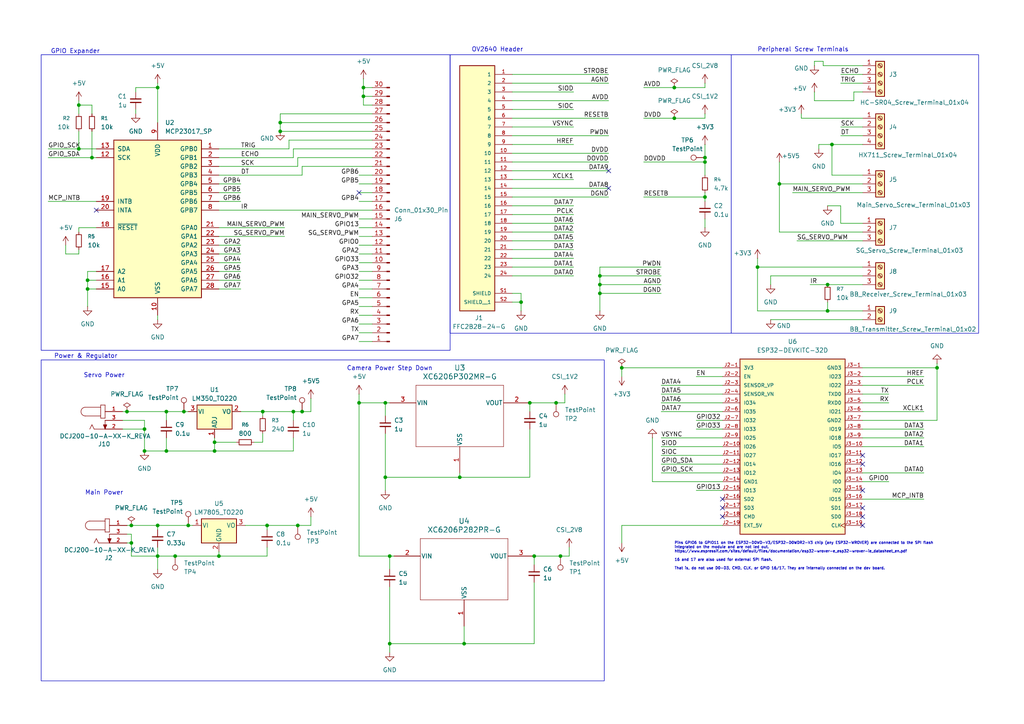
<source format=kicad_sch>
(kicad_sch (version 20250114) (generator "eeschema") (generator_version "9.0")
  (paper "A4")
  (rectangle (start 130.556 15.875) (end 212.09 96.647))
  (rectangle (start 11.938 104.394) (end 175.26 197.485))
  (rectangle (start 11.938 15.875) (end 130.556 101.6))
  (rectangle (start 212.09 15.875) (end 283.845 96.647))
  (text "Power & Regulator\n" (at 24.892 103.378 0) (effects (font (size 1.27 1.27))))
  (text "Main Power" (at 30.226 143.002 0) (effects (font (size 1.27 1.27))))
  (text "GPIO Expander" (at 21.844 14.986 0) (effects (font (size 1.27 1.27))))
  (text "Camera Power Step Down" (at 113.03 106.934 0) (effects (font (size 1.27 1.27))))
  (text "Servo Power" (at 30.226 108.966 0) (effects (font (size 1.27 1.27))))
  (text "Peripheral Screw Terminals" (at 232.918 14.478 0) (effects (font (size 1.27 1.27))))
  (text "Pins GPIO6 to GPIO11 on the ESP32-D0WD-V3/ESP32-D0WDR2-V3 chip (any ESP32-WROVER) are connected to the SPI flash\nintegrated on the module and are not led out.\nhttps://www.espressif.com/sites/default/files/documentation/esp32-wrover-e_esp32-wrover-ie_datasheet_en.pdf\n\n16 and 17 are also used for external SPI flash.\n\nThat is, do not use D0-D3, CMD, CLK, or GPIO 16/17. They are internally connected on the dev board." (at 195.58 161.29 0) (effects (font (size 0.762 0.762)) (justify left)))
  (text "OV2640 Header\n" (at 144.272 14.478 0) (effects (font (size 1.27 1.27))))
  (junction (at 81.28 35.56))
  (junction (at 76.2 119.38))
  (junction (at 48.26 130.81))
  (junction (at 81.28 38.1))
  (junction (at 204.47 46.99))
  (junction (at 53.34 119.38))
  (junction (at 161.29 116.84))
  (junction (at 153.67 116.84))
  (junction (at 162.56 161.29))
  (junction (at 173.99 80.01))
  (junction (at 54.61 152.4))
  (junction (at 62.23 130.81))
  (junction (at 50.8 161.29))
  (junction (at 87.63 119.38))
  (junction (at 86.36 152.4))
  (junction (at 45.72 25.4))
  (junction (at 134.62 186.69))
  (junction (at 105.41 27.94))
  (junction (at 48.26 119.38))
  (junction (at 105.41 25.4))
  (junction (at 271.78 106.68))
  (junction (at 77.47 152.4))
  (junction (at 41.91 130.81))
  (junction (at 38.1 157.48))
  (junction (at 41.91 124.46))
  (junction (at 111.76 116.84))
  (junction (at 63.5 161.29))
  (junction (at 62.23 128.27))
  (junction (at 240.03 90.17))
  (junction (at 219.71 77.47))
  (junction (at 25.4 83.82))
  (junction (at 38.1 152.4))
  (junction (at 22.86 30.48))
  (junction (at 241.3 41.91))
  (junction (at 22.86 43.18))
  (junction (at 195.58 34.29))
  (junction (at 85.09 119.38))
  (junction (at 45.72 161.29))
  (junction (at 240.03 82.55))
  (junction (at 113.03 186.69))
  (junction (at 180.34 106.68))
  (junction (at 195.58 25.4))
  (junction (at 226.06 53.34))
  (junction (at 26.67 45.72))
  (junction (at 25.4 81.28))
  (junction (at 104.14 116.84))
  (junction (at 173.99 82.55))
  (junction (at 204.47 45.72))
  (junction (at 133.35 138.43))
  (junction (at 154.94 161.29))
  (junction (at 173.99 85.09))
  (junction (at 113.03 161.29))
  (junction (at 45.72 152.4))
  (junction (at 111.76 138.43))
  (junction (at 204.47 57.15))
  (junction (at 151.13 87.63))
  (junction (at 36.83 119.38))
  (no_connect (at 250.19 149.86))
  (no_connect (at 27.94 60.96))
  (no_connect (at 176.53 54.61))
  (no_connect (at 104.14 55.88))
  (no_connect (at 176.53 49.53))
  (no_connect (at 250.19 142.24))
  (no_connect (at 250.19 132.08))
  (no_connect (at 209.55 144.78))
  (no_connect (at 209.55 149.86))
  (no_connect (at 250.19 152.4))
  (no_connect (at 209.55 147.32))
  (no_connect (at 250.19 134.62))
  (no_connect (at 250.19 147.32))
  (wire (pts (xy 151.13 87.63) (xy 151.13 90.17)))
  (wire (pts (xy 104.14 63.5) (xy 107.95 63.5)))
  (wire (pts (xy 104.14 78.74) (xy 107.95 78.74)))
  (wire (pts (xy 87.63 48.26) (xy 107.95 48.26)))
  (wire (pts (xy 204.47 41.91) (xy 204.47 45.72)))
  (wire (pts (xy 38.1 154.94) (xy 38.1 157.48)))
  (wire (pts (xy 13.97 43.18) (xy 22.86 43.18)))
  (wire (pts (xy 104.14 68.58) (xy 107.95 68.58)))
  (wire (pts (xy 107.95 27.94) (xy 105.41 27.94)))
  (wire (pts (xy 104.14 55.88) (xy 107.95 55.88)))
  (wire (pts (xy 165.1 161.29) (xy 165.1 158.75)))
  (wire (pts (xy 226.06 46.99) (xy 226.06 53.34)))
  (wire (pts (xy 36.83 154.94) (xy 38.1 154.94)))
  (wire (pts (xy 236.22 17.78) (xy 238.76 17.78)))
  (wire (pts (xy 133.35 137.16) (xy 133.35 138.43)))
  (wire (pts (xy 186.69 46.99) (xy 204.47 46.99)))
  (wire (pts (xy 87.63 119.38) (xy 85.09 119.38)))
  (wire (pts (xy 247.65 26.67) (xy 250.19 26.67)))
  (wire (pts (xy 166.37 69.85) (xy 148.59 69.85)))
  (wire (pts (xy 166.37 62.23) (xy 148.59 62.23)))
  (wire (pts (xy 104.14 88.9) (xy 107.95 88.9)))
  (wire (pts (xy 45.72 25.4) (xy 45.72 35.56)))
  (wire (pts (xy 35.56 124.46) (xy 41.91 124.46)))
  (wire (pts (xy 63.5 161.29) (xy 77.47 161.29)))
  (wire (pts (xy 173.99 85.09) (xy 173.99 90.17)))
  (wire (pts (xy 36.83 157.48) (xy 38.1 157.48)))
  (wire (pts (xy 113.03 170.18) (xy 113.03 186.69)))
  (wire (pts (xy 39.37 31.75) (xy 39.37 33.02)))
  (wire (pts (xy 180.34 152.4) (xy 209.55 152.4)))
  (wire (pts (xy 267.97 119.38) (xy 250.19 119.38)))
  (wire (pts (xy 191.77 134.62) (xy 209.55 134.62)))
  (wire (pts (xy 236.22 19.05) (xy 236.22 17.78)))
  (wire (pts (xy 191.77 132.08) (xy 209.55 132.08)))
  (wire (pts (xy 63.5 71.12) (xy 69.85 71.12)))
  (wire (pts (xy 104.14 91.44) (xy 107.95 91.44)))
  (wire (pts (xy 195.58 25.4) (xy 204.47 25.4)))
  (wire (pts (xy 166.37 26.67) (xy 148.59 26.67)))
  (wire (pts (xy 134.62 181.61) (xy 134.62 186.69)))
  (wire (pts (xy 267.97 109.22) (xy 250.19 109.22)))
  (wire (pts (xy 166.37 59.69) (xy 148.59 59.69)))
  (wire (pts (xy 48.26 127) (xy 48.26 130.81)))
  (wire (pts (xy 90.17 149.86) (xy 90.17 152.4)))
  (wire (pts (xy 250.19 116.84) (xy 257.81 116.84)))
  (wire (pts (xy 81.28 38.1) (xy 107.95 38.1)))
  (wire (pts (xy 240.03 90.17) (xy 250.19 90.17)))
  (wire (pts (xy 166.37 64.77) (xy 148.59 64.77)))
  (wire (pts (xy 39.37 25.4) (xy 45.72 25.4)))
  (wire (pts (xy 77.47 152.4) (xy 71.12 152.4)))
  (wire (pts (xy 201.93 109.22) (xy 209.55 109.22)))
  (wire (pts (xy 240.03 87.63) (xy 240.03 90.17)))
  (wire (pts (xy 104.14 116.84) (xy 111.76 116.84)))
  (wire (pts (xy 180.34 106.68) (xy 209.55 106.68)))
  (wire (pts (xy 153.67 116.84) (xy 161.29 116.84)))
  (wire (pts (xy 219.71 77.47) (xy 219.71 74.93)))
  (wire (pts (xy 231.14 69.85) (xy 250.19 69.85)))
  (wire (pts (xy 22.86 73.66) (xy 19.05 73.66)))
  (wire (pts (xy 104.14 76.2) (xy 107.95 76.2)))
  (wire (pts (xy 45.72 152.4) (xy 45.72 153.67)))
  (wire (pts (xy 63.5 83.82) (xy 69.85 83.82)))
  (wire (pts (xy 166.37 36.83) (xy 148.59 36.83)))
  (wire (pts (xy 105.41 30.48) (xy 105.41 27.94)))
  (wire (pts (xy 45.72 161.29) (xy 45.72 165.1)))
  (wire (pts (xy 241.3 50.8) (xy 250.19 50.8)))
  (wire (pts (xy 163.83 116.84) (xy 163.83 114.3)))
  (wire (pts (xy 53.34 119.38) (xy 54.61 119.38)))
  (wire (pts (xy 63.5 48.26) (xy 86.36 48.26)))
  (wire (pts (xy 148.59 29.21) (xy 176.53 29.21)))
  (wire (pts (xy 176.53 46.99) (xy 148.59 46.99)))
  (wire (pts (xy 191.77 77.47) (xy 173.99 77.47)))
  (wire (pts (xy 161.29 116.84) (xy 163.83 116.84)))
  (wire (pts (xy 85.09 121.92) (xy 85.09 119.38)))
  (wire (pts (xy 104.14 71.12) (xy 107.95 71.12)))
  (wire (pts (xy 85.09 119.38) (xy 76.2 119.38)))
  (wire (pts (xy 63.5 81.28) (xy 69.85 81.28)))
  (wire (pts (xy 151.13 85.09) (xy 151.13 87.63)))
  (wire (pts (xy 154.94 161.29) (xy 162.56 161.29)))
  (wire (pts (xy 271.78 106.68) (xy 271.78 105.41)))
  (wire (pts (xy 85.09 45.72) (xy 85.09 43.18)))
  (wire (pts (xy 223.52 82.55) (xy 223.52 80.01)))
  (wire (pts (xy 111.76 125.73) (xy 111.76 138.43)))
  (wire (pts (xy 191.77 129.54) (xy 209.55 129.54)))
  (wire (pts (xy 162.56 161.29) (xy 165.1 161.29)))
  (wire (pts (xy 104.14 116.84) (xy 104.14 161.29)))
  (wire (pts (xy 250.19 114.3) (xy 257.81 114.3)))
  (wire (pts (xy 48.26 130.81) (xy 62.23 130.81)))
  (wire (pts (xy 63.5 76.2) (xy 69.85 76.2)))
  (wire (pts (xy 243.84 64.77) (xy 250.19 64.77)))
  (wire (pts (xy 63.5 58.42) (xy 69.85 58.42)))
  (wire (pts (xy 62.23 130.81) (xy 85.09 130.81)))
  (wire (pts (xy 45.72 158.75) (xy 45.72 161.29)))
  (wire (pts (xy 85.09 127) (xy 85.09 130.81)))
  (wire (pts (xy 104.14 93.98) (xy 107.95 93.98)))
  (wire (pts (xy 22.86 30.48) (xy 26.67 30.48)))
  (wire (pts (xy 189.23 139.7) (xy 189.23 127)))
  (wire (pts (xy 35.56 121.92) (xy 41.91 121.92)))
  (wire (pts (xy 271.78 121.92) (xy 271.78 106.68)))
  (wire (pts (xy 186.69 57.15) (xy 204.47 57.15)))
  (wire (pts (xy 189.23 139.7) (xy 209.55 139.7)))
  (wire (pts (xy 50.8 161.29) (xy 45.72 161.29)))
  (wire (pts (xy 62.23 127) (xy 62.23 128.27)))
  (wire (pts (xy 111.76 138.43) (xy 133.35 138.43)))
  (wire (pts (xy 62.23 128.27) (xy 68.58 128.27)))
  (wire (pts (xy 77.47 153.67) (xy 77.47 152.4)))
  (wire (pts (xy 63.5 53.34) (xy 69.85 53.34)))
  (wire (pts (xy 250.19 144.78) (xy 267.97 144.78)))
  (wire (pts (xy 148.59 85.09) (xy 151.13 85.09)))
  (wire (pts (xy 226.06 53.34) (xy 226.06 67.31)))
  (wire (pts (xy 191.77 137.16) (xy 209.55 137.16)))
  (wire (pts (xy 111.76 116.84) (xy 111.76 120.65)))
  (wire (pts (xy 104.14 66.04) (xy 107.95 66.04)))
  (wire (pts (xy 105.41 25.4) (xy 105.41 27.94)))
  (wire (pts (xy 63.5 78.74) (xy 69.85 78.74)))
  (wire (pts (xy 63.5 68.58) (xy 82.55 68.58)))
  (wire (pts (xy 36.83 152.4) (xy 38.1 152.4)))
  (wire (pts (xy 22.86 67.31) (xy 22.86 66.04)))
  (wire (pts (xy 38.1 157.48) (xy 38.1 161.29)))
  (wire (pts (xy 62.23 130.81) (xy 62.23 128.27)))
  (wire (pts (xy 250.19 121.92) (xy 271.78 121.92)))
  (wire (pts (xy 250.19 106.68) (xy 271.78 106.68)))
  (wire (pts (xy 104.14 114.3) (xy 104.14 116.84)))
  (wire (pts (xy 243.84 24.13) (xy 250.19 24.13)))
  (wire (pts (xy 148.59 54.61) (xy 176.53 54.61)))
  (wire (pts (xy 63.5 60.96) (xy 107.95 60.96)))
  (wire (pts (xy 229.87 55.88) (xy 250.19 55.88)))
  (wire (pts (xy 219.71 90.17) (xy 240.03 90.17)))
  (wire (pts (xy 48.26 119.38) (xy 48.26 121.92)))
  (wire (pts (xy 48.26 119.38) (xy 53.34 119.38)))
  (wire (pts (xy 236.22 26.67) (xy 236.22 29.21)))
  (wire (pts (xy 86.36 152.4) (xy 90.17 152.4)))
  (wire (pts (xy 173.99 80.01) (xy 173.99 82.55)))
  (wire (pts (xy 267.97 127) (xy 250.19 127)))
  (wire (pts (xy 148.59 49.53) (xy 176.53 49.53)))
  (wire (pts (xy 63.5 73.66) (xy 69.85 73.66)))
  (wire (pts (xy 63.5 160.02) (xy 63.5 161.29)))
  (wire (pts (xy 104.14 86.36) (xy 107.95 86.36)))
  (wire (pts (xy 166.37 52.07) (xy 148.59 52.07)))
  (wire (pts (xy 154.94 168.91) (xy 154.94 186.69)))
  (wire (pts (xy 25.4 83.82) (xy 25.4 81.28)))
  (wire (pts (xy 226.06 67.31) (xy 250.19 67.31)))
  (wire (pts (xy 111.76 138.43) (xy 111.76 142.24)))
  (wire (pts (xy 22.86 43.18) (xy 27.94 43.18)))
  (wire (pts (xy 104.14 96.52) (xy 107.95 96.52)))
  (wire (pts (xy 104.14 73.66) (xy 107.95 73.66)))
  (wire (pts (xy 166.37 67.31) (xy 148.59 67.31)))
  (wire (pts (xy 63.5 161.29) (xy 50.8 161.29)))
  (wire (pts (xy 36.83 119.38) (xy 48.26 119.38)))
  (wire (pts (xy 148.59 21.59) (xy 176.53 21.59)))
  (wire (pts (xy 191.77 127) (xy 209.55 127)))
  (wire (pts (xy 45.72 152.4) (xy 54.61 152.4)))
  (wire (pts (xy 86.36 48.26) (xy 86.36 45.72)))
  (wire (pts (xy 105.41 25.4) (xy 107.95 25.4)))
  (wire (pts (xy 191.77 116.84) (xy 209.55 116.84)))
  (wire (pts (xy 111.76 116.84) (xy 113.03 116.84)))
  (wire (pts (xy 186.69 25.4) (xy 195.58 25.4)))
  (wire (pts (xy 223.52 92.71) (xy 250.19 92.71)))
  (wire (pts (xy 148.59 39.37) (xy 176.53 39.37)))
  (wire (pts (xy 63.5 55.88) (xy 69.85 55.88)))
  (wire (pts (xy 107.95 30.48) (xy 105.41 30.48)))
  (wire (pts (xy 267.97 137.16) (xy 250.19 137.16)))
  (wire (pts (xy 25.4 81.28) (xy 27.94 81.28)))
  (wire (pts (xy 105.41 22.86) (xy 105.41 25.4)))
  (wire (pts (xy 19.05 71.12) (xy 19.05 73.66)))
  (wire (pts (xy 41.91 121.92) (xy 41.91 124.46)))
  (wire (pts (xy 204.47 55.88) (xy 204.47 57.15)))
  (wire (pts (xy 267.97 124.46) (xy 250.19 124.46)))
  (wire (pts (xy 223.52 80.01) (xy 250.19 80.01)))
  (wire (pts (xy 39.37 26.67) (xy 39.37 25.4)))
  (wire (pts (xy 76.2 119.38) (xy 76.2 120.65)))
  (wire (pts (xy 154.94 161.29) (xy 154.94 163.83)))
  (wire (pts (xy 201.93 124.46) (xy 209.55 124.46)))
  (wire (pts (xy 81.28 35.56) (xy 81.28 38.1)))
  (wire (pts (xy 104.14 58.42) (xy 107.95 58.42)))
  (wire (pts (xy 113.03 161.29) (xy 113.03 165.1)))
  (wire (pts (xy 22.86 66.04) (xy 27.94 66.04)))
  (wire (pts (xy 191.77 82.55) (xy 173.99 82.55)))
  (wire (pts (xy 191.77 80.01) (xy 173.99 80.01)))
  (wire (pts (xy 27.94 83.82) (xy 25.4 83.82)))
  (wire (pts (xy 104.14 99.06) (xy 107.95 99.06)))
  (wire (pts (xy 153.67 116.84) (xy 153.67 119.38)))
  (wire (pts (xy 201.93 121.92) (xy 209.55 121.92)))
  (wire (pts (xy 148.59 24.13) (xy 176.53 24.13)))
  (wire (pts (xy 191.77 114.3) (xy 209.55 114.3)))
  (wire (pts (xy 26.67 33.02) (xy 26.67 30.48)))
  (wire (pts (xy 104.14 161.29) (xy 113.03 161.29)))
  (wire (pts (xy 153.67 124.46) (xy 153.67 138.43)))
  (wire (pts (xy 201.93 142.24) (xy 209.55 142.24)))
  (wire (pts (xy 166.37 41.91) (xy 148.59 41.91)))
  (wire (pts (xy 243.84 21.59) (xy 250.19 21.59)))
  (wire (pts (xy 148.59 57.15) (xy 176.53 57.15)))
  (wire (pts (xy 22.86 29.21) (xy 22.86 30.48)))
  (wire (pts (xy 180.34 157.48) (xy 180.34 152.4)))
  (wire (pts (xy 226.06 53.34) (xy 250.19 53.34)))
  (wire (pts (xy 191.77 85.09) (xy 173.99 85.09)))
  (wire (pts (xy 63.5 50.8) (xy 87.63 50.8)))
  (wire (pts (xy 148.59 44.45) (xy 176.53 44.45)))
  (wire (pts (xy 237.49 41.91) (xy 241.3 41.91)))
  (wire (pts (xy 204.47 46.99) (xy 204.47 50.8)))
  (wire (pts (xy 166.37 77.47) (xy 148.59 77.47)))
  (wire (pts (xy 166.37 31.75) (xy 148.59 31.75)))
  (wire (pts (xy 85.09 43.18) (xy 107.95 43.18)))
  (wire (pts (xy 247.65 29.21) (xy 247.65 26.67)))
  (wire (pts (xy 232.41 33.02) (xy 232.41 34.29)))
  (wire (pts (xy 81.28 35.56) (xy 107.95 35.56)))
  (wire (pts (xy 104.14 53.34) (xy 107.95 53.34)))
  (wire (pts (xy 76.2 128.27) (xy 73.66 128.27)))
  (wire (pts (xy 69.85 119.38) (xy 76.2 119.38)))
  (wire (pts (xy 166.37 74.93) (xy 148.59 74.93)))
  (wire (pts (xy 219.71 90.17) (xy 219.71 77.47)))
  (wire (pts (xy 232.41 34.29) (xy 250.19 34.29)))
  (wire (pts (xy 22.86 38.1) (xy 22.86 43.18)))
  (wire (pts (xy 104.14 50.8) (xy 107.95 50.8)))
  (wire (pts (xy 148.59 34.29) (xy 176.53 34.29)))
  (wire (pts (xy 133.35 138.43) (xy 153.67 138.43)))
  (wire (pts (xy 134.62 186.69) (xy 154.94 186.69)))
  (wire (pts (xy 173.99 82.55) (xy 173.99 85.09)))
  (wire (pts (xy 219.71 77.47) (xy 250.19 77.47)))
  (wire (pts (xy 243.84 36.83) (xy 250.19 36.83)))
  (wire (pts (xy 26.67 45.72) (xy 27.94 45.72)))
  (wire (pts (xy 243.84 59.69) (xy 243.84 64.77)))
  (wire (pts (xy 241.3 41.91) (xy 241.3 50.8)))
  (wire (pts (xy 204.47 45.72) (xy 204.47 46.99)))
  (wire (pts (xy 22.86 72.39) (xy 22.86 73.66)))
  (wire (pts (xy 45.72 24.13) (xy 45.72 25.4)))
  (wire (pts (xy 83.82 43.18) (xy 83.82 40.64)))
  (wire (pts (xy 243.84 39.37) (xy 250.19 39.37)))
  (wire (pts (xy 63.5 66.04) (xy 82.55 66.04)))
  (wire (pts (xy 38.1 152.4) (xy 45.72 152.4)))
  (wire (pts (xy 148.59 87.63) (xy 151.13 87.63)))
  (wire (pts (xy 90.17 115.57) (xy 90.17 119.38)))
  (wire (pts (xy 241.3 41.91) (xy 250.19 41.91)))
  (wire (pts (xy 22.86 30.48) (xy 22.86 33.02)))
  (wire (pts (xy 204.47 33.02) (xy 204.47 34.29)))
  (wire (pts (xy 238.76 19.05) (xy 250.19 19.05)))
  (wire (pts (xy 54.61 152.4) (xy 55.88 152.4)))
  (wire (pts (xy 180.34 109.22) (xy 180.34 106.68)))
  (wire (pts (xy 35.56 119.38) (xy 36.83 119.38)))
  (wire (pts (xy 267.97 111.76) (xy 250.19 111.76)))
  (wire (pts (xy 240.03 59.69) (xy 243.84 59.69)))
  (wire (pts (xy 90.17 119.38) (xy 87.63 119.38)))
  (wire (pts (xy 107.95 33.02) (xy 81.28 33.02)))
  (wire (pts (xy 104.14 81.28) (xy 107.95 81.28)))
  (wire (pts (xy 77.47 158.75) (xy 77.47 161.29)))
  (wire (pts (xy 86.36 45.72) (xy 107.95 45.72)))
  (wire (pts (xy 191.77 111.76) (xy 209.55 111.76)))
  (wire (pts (xy 240.03 82.55) (xy 250.19 82.55)))
  (wire (pts (xy 38.1 161.29) (xy 45.72 161.29)))
  (wire (pts (xy 186.69 34.29) (xy 195.58 34.29)))
  (wire (pts (xy 45.72 91.44) (xy 45.72 92.71)))
  (wire (pts (xy 104.14 83.82) (xy 107.95 83.82)))
  (wire (pts (xy 81.28 33.02) (xy 81.28 35.56)))
  (wire (pts (xy 113.03 186.69) (xy 113.03 189.23)))
  (wire (pts (xy 195.58 34.29) (xy 204.47 34.29)))
  (wire (pts (xy 83.82 40.64) (xy 107.95 40.64)))
  (wire (pts (xy 238.76 17.78) (xy 238.76 19.05)))
  (wire (pts (xy 113.03 161.29) (xy 114.3 161.29)))
  (wire (pts (xy 191.77 119.38) (xy 209.55 119.38)))
  (wire (pts (xy 27.94 78.74) (xy 25.4 78.74)))
  (wire (pts (xy 25.4 83.82) (xy 25.4 88.9)))
  (wire (pts (xy 173.99 77.47) (xy 173.99 80.01)))
  (wire (pts (xy 204.47 63.5) (xy 204.47 66.04)))
  (wire (pts (xy 113.03 186.69) (xy 134.62 186.69)))
  (wire (pts (xy 48.26 130.81) (xy 41.91 130.81)))
  (wire (pts (xy 76.2 125.73) (xy 76.2 128.27)))
  (wire (pts (xy 204.47 24.13) (xy 204.47 25.4)))
  (wire (pts (xy 13.97 45.72) (xy 26.67 45.72)))
  (wire (pts (xy 63.5 45.72) (xy 85.09 45.72)))
  (wire (pts (xy 234.95 82.55) (xy 240.03 82.55)))
  (wire (pts (xy 250.19 139.7) (xy 257.81 139.7)))
  (wire (pts (xy 41.91 124.46) (xy 41.91 130.81)))
  (wire (pts (xy 166.37 72.39) (xy 148.59 72.39)))
  (wire (pts (xy 77.47 152.4) (xy 86.36 152.4)))
  (wire (pts (xy 87.63 50.8) (xy 87.63 48.26)))
  (wire (pts (xy 237.49 41.91) (xy 237.49 43.18)))
  (wire (pts (xy 25.4 78.74) (xy 25.4 81.28)))
  (wire (pts (xy 236.22 29.21) (xy 247.65 29.21)))
  (wire (pts (xy 267.97 129.54) (xy 250.19 129.54)))
  (wire (pts (xy 166.37 80.01) (xy 148.59 80.01)))
  (wire (pts (xy 13.97 58.42) (xy 27.94 58.42)))
  (wire (pts (xy 63.5 43.18) (xy 83.82 43.18)))
  (wire (pts (xy 204.47 57.15) (xy 204.47 58.42)))
  (wire (pts (xy 26.67 38.1) (xy 26.67 45.72)))
  (label "AVDD" (at 186.69 25.4 0))
  (label "MCP_INTB" (at 13.97 58.42 0))
  (label "HREF" (at 166.37 41.91 180))
  (label "GPB5" (at 104.14 53.34 180))
  (label "GPB5" (at 69.85 55.88 180))
  (label "GPIO0" (at 104.14 71.12 180))
  (label "DATA5" (at 166.37 69.85 180))
  (label "RX" (at 257.81 116.84 180))
  (label "XCLK1" (at 267.97 119.38 180))
  (label "DT" (at 69.85 50.8 0))
  (label "DATA6" (at 166.37 64.77 180))
  (label "GPIO33" (at 104.14 76.2 180))
  (label "GPA6" (at 104.14 93.98 180))
  (label "DGND" (at 176.53 57.15 180))
  (label "SG_SERVO_PWM" (at 82.55 68.58 180))
  (label "DATA2" (at 267.97 127 180))
  (label "GPIO33" (at 201.93 124.46 0))
  (label "DATA0" (at 267.97 137.16 180))
  (label "TX" (at 104.14 96.52 180))
  (label "AGND" (at 191.77 82.55 180))
  (label "DATA0" (at 166.37 80.01 180))
  (label "SIOC" (at 166.37 31.75 180))
  (label "ECHO" (at 69.85 45.72 0))
  (label "DOVDD" (at 186.69 46.99 0))
  (label "DATA4" (at 191.77 111.76 0))
  (label "GPA2" (at 69.85 71.12 180))
  (label "PCLK" (at 166.37 62.23 180))
  (label "EN" (at 104.14 86.36 180))
  (label "MAIN_SERVO_PWM" (at 82.55 66.04 180))
  (label "DATA6" (at 191.77 116.84 0))
  (label "GPA7" (at 104.14 99.06 180))
  (label "RESETB" (at 176.53 34.29 180))
  (label "DATA4" (at 166.37 74.93 180))
  (label "GPA6" (at 69.85 81.28 180))
  (label "SCK" (at 69.85 48.26 0))
  (label "GPIO32" (at 201.93 121.92 0))
  (label "MCP_INTB" (at 267.97 144.78 180))
  (label "SCK" (at 243.84 36.83 0))
  (label "DATA3" (at 166.37 72.39 180))
  (label "DVDD" (at 176.53 44.45 180))
  (label "TX" (at 257.81 114.3 180))
  (label "DATA5" (at 191.77 114.3 0))
  (label "GPA3" (at 104.14 78.74 180))
  (label "SIOD" (at 191.77 129.54 0))
  (label "GPIO0" (at 257.81 139.7 180))
  (label "VSYNC" (at 191.77 127 0))
  (label "GPIO_SCK" (at 13.97 43.18 0))
  (label "DGND" (at 191.77 85.09 180))
  (label "GPA5" (at 69.85 78.74 180))
  (label "SIOD" (at 166.37 26.67 180))
  (label "GPIO_SDA" (at 13.97 45.72 0))
  (label "HREF" (at 267.97 109.22 180))
  (label "XCLK1" (at 166.37 52.07 180))
  (label "SIOC" (at 191.77 132.08 0))
  (label "DATA7" (at 191.77 119.38 0))
  (label "STROBE" (at 176.53 21.59 180))
  (label "MAIN_SERVO_PWM" (at 229.87 55.88 0))
  (label "VSYNC" (at 166.37 36.83 180))
  (label "ECHO" (at 243.84 21.59 0))
  (label "GPA2" (at 104.14 73.66 180))
  (label "DATA1" (at 166.37 77.47 180))
  (label "SG_SERVO_PWM" (at 231.14 69.85 0))
  (label "SG_SERVO_PWM" (at 104.14 68.58 180))
  (label "GPB4" (at 69.85 53.34 180))
  (label "GPA5" (at 104.14 88.9 180))
  (label "TRIG" (at 243.84 24.13 0))
  (label "EN" (at 201.93 109.22 0))
  (label "DT" (at 243.84 39.37 0))
  (label "IR" (at 69.85 60.96 0))
  (label "GPB6" (at 69.85 58.42 180))
  (label "AVDD" (at 176.53 29.21 180))
  (label "AGND" (at 176.53 24.13 180))
  (label "DATA1" (at 267.97 129.54 180))
  (label "DATA9" (at 176.53 49.53 180))
  (label "GPB6" (at 104.14 50.8 180))
  (label "DVDD" (at 186.69 34.29 0))
  (label "GPIO_SDA" (at 191.77 134.62 0))
  (label "GPIO_SCK" (at 191.77 137.16 0))
  (label "TRIG" (at 69.85 43.18 0))
  (label "GPA7" (at 69.85 83.82 180))
  (label "GPIO13" (at 104.14 66.04 180))
  (label "GPA4" (at 69.85 76.2 180))
  (label "PWDN" (at 191.77 77.47 180))
  (label "GPIO32" (at 104.14 81.28 180))
  (label "RESETB" (at 186.69 57.15 0))
  (label "STROBE" (at 191.77 80.01 180))
  (label "PWDN" (at 176.53 39.37 180))
  (label "DATA2" (at 166.37 67.31 180))
  (label "IR" (at 234.95 82.55 0))
  (label "GPA4" (at 104.14 83.82 180))
  (label "DOVDD" (at 176.53 46.99 180))
  (label "PCLK" (at 267.97 111.76 180))
  (label "MAIN_SERVO_PWM" (at 104.14 63.5 180))
  (label "GPIO13" (at 201.93 142.24 0))
  (label "RX" (at 104.14 91.44 180))
  (label "DATA3" (at 267.97 124.46 180))
  (label "DATA8" (at 176.53 54.61 180))
  (label "GPA3" (at 69.85 73.66 180))
  (label "GPB4" (at 104.14 58.42 180))
  (label "DATA7" (at 166.37 59.69 180))
  (symbol (lib_id "Connector:TestPoint") (at 161.29 116.84 180) (unit 1)
    (property "Reference" "TP2" (at 163.83 121.4121 0) (effects (justify right)))
    (property "Value" "TestPoint" (at 163.83 118.8721 0) (effects (justify right)))
    (property "Footprint" "TestPoint:TestPoint_Keystone_5005-5009_Compact" (effects (hide yes)))
    (property "Description" "test point" (effects (hide yes)))
  )
  (symbol (lib_id "power:+5V") (at 163.83 114.3 0) (unit 1)
    (property "Reference" "#PWR029" (effects (hide yes)))
    (property "Value" "CSI_1V2" (at 163.83 109.22 0))
    (property "Description" "Power symbol creates a global label with name \"+1V2\"" (effects (hide yes)))
  )
  (symbol (lib_id "power:GND") (at 45.72 165.1 0) (unit 1)
    (property "Reference" "#PWR025" (effects (hide yes)))
    (property "Value" "GND" (at 45.72 170.18 0))
    (property "Description" "Power symbol creates a global label with name \"GND\" , ground" (effects (hide yes)))
  )
  (symbol (lib_id "Connector:TestPoint") (at 50.8 161.29 180) (unit 1)
    (property "Reference" "TP4" (at 53.34 165.8621 0) (effects (justify right)))
    (property "Value" "TestPoint" (at 53.34 163.3221 0) (effects (justify right)))
    (property "Footprint" "TestPoint:TestPoint_Keystone_5005-5009_Compact" (effects (hide yes)))
    (property "Description" "test point" (effects (hide yes)))
  )
  (symbol (lib_id "Connector:TestPoint") (at 54.61 152.4 0) (unit 1)
    (property "Reference" "TP5" (at 53.086 145.796 0) (effects (justify right)))
    (property "Value" "TestPoint" (at 53.086 148.336 0) (effects (justify right)))
    (property "Footprint" "TestPoint:TestPoint_Keystone_5005-5009_Compact" (effects (hide yes)))
    (property "Description" "test point" (effects (hide yes)))
  )
  (symbol (lib_id "Device:R_Small") (at 76.2 123.19 0) (unit 1)
    (property "Reference" "R3" (at 78.74 121.9199 0) (effects (font (size 1.016 1.016)) (justify left)))
    (property "Value" "240" (at 78.74 124.4599 0) (effects (justify left)))
    (property "Footprint" "Resistor_THT:R_Axial_DIN0207_L6.3mm_D2.5mm_P10.16mm_Horizontal" (effects (hide yes)))
    (property "Description" "Resistor, small symbol" (effects (hide yes)))
  )
  (symbol (lib_id "power:GND") (at 189.23 127 0) (mirror x) (unit 1)
    (property "Reference" "#PWR02" (effects (hide yes)))
    (property "Value" "GND" (at 189.23 121.92 0))
    (property "Description" "Power symbol creates a global label with name \"GND\" , ground" (effects (hide yes)))
  )
  (symbol (lib_id "Device:R_Small") (at 22.86 69.85 0) (unit 1)
    (property "Reference" "R5" (at 25.4 68.5799 0) (effects (font (size 1.016 1.016)) (justify left)))
    (property "Value" "10k" (at 25.4 71.1199 0) (effects (justify left)))
    (property "Footprint" "Resistor_THT:R_Axial_DIN0207_L6.3mm_D2.5mm_P10.16mm_Horizontal" (effects (hide yes)))
    (property "Description" "Resistor, small symbol" (effects (hide yes)))
  )
  (symbol (lib_id "Device:R_Small") (at 71.12 128.27 270) (unit 1)
    (property "Reference" "R6" (at 71.12 123.19 90) (effects (font (size 1.016 1.016))))
    (property "Value" "800" (at 71.12 125.73 90))
    (property "Footprint" "Resistor_THT:R_Axial_DIN0207_L6.3mm_D2.5mm_P10.16mm_Horizontal" (effects (hide yes)))
    (property "Description" "Resistor, small symbol" (effects (hide yes)))
  )
  (symbol (lib_id "Connector:TestPoint") (at 87.63 119.38 0) (unit 1)
    (property "Reference" "TP8" (at 86.106 112.776 0) (effects (justify right)))
    (property "Value" "TestPoint" (at 86.106 115.316 0) (effects (justify right)))
    (property "Footprint" "TestPoint:TestPoint_Keystone_5005-5009_Compact" (effects (hide yes)))
    (property "Description" "test point" (effects (hide yes)))
  )
  (symbol (lib_id "DCJ200-10-A-XX-K_REVA:DCJ200-10-A-XX-K_REVA") (at 31.75 154.94 0) (unit 1)
    (property "Reference" "J2" (at 31.496 161.798 0))
    (property "Value" "DCJ200-10-A-XX-K_REVA" (at 31.75 159.512 0))
    (property "Footprint" "Library:GCT_DCJ200-10-A-XX-K_REVA" (effects (hide yes)))
    (property "PARTREV" "A" (effects (hide yes)))
    (property "STANDARD" "Manufacturer Recommendations" (effects (hide yes)))
    (property "SNAPEDA_PN" "DCJ200-10-A-K1-K" (effects (hide yes)))
    (property "MAXIMUM_PACKAGE_HEIGHT" "11 mm" (effects (hide yes)))
    (property "MANUFACTURER" "Global Connector Technology" (effects (hide yes)))
  )
  (symbol (lib_id "Connector:Screw_Terminal_01x02") (at 255.27 90.17 0) (unit 1)
    (property "Reference" "J9" (at 257.81 90.1699 0) (effects (justify left)))
    (property "Value" "BB_Transmitter_Screw_Terminal_01x02" (at 246.38 95.504 0) (effects (justify left)))
    (property "Footprint" "TerminalBlock_4Ucon:TerminalBlock_4Ucon_1x02_P3.50mm_Vertical" (effects (hide yes)))
    (property "Description" "Generic screw terminal, single row, 01x02, script generated (kicad-library-utils/schlib/autogen/connector/)" (effects (hide yes)))
  )
  (symbol (lib_id "Connector:FFC2B28-24-G") (at 138.43 52.07 0) (mirror y) (unit 1)
    (property "Reference" "J1" (at 138.938 92.202 0))
    (property "Value" "FFC2B28-24-G" (at 138.938 94.742 0))
    (property "Footprint" "Library:GCT_FFC2B28-24-G" (effects (hide yes)))
    (property "PARTREV" "A" (effects (hide yes)))
    (property "STANDARD" "Manufacturer Recommendations" (effects (hide yes)))
    (property "MAXIMUM_PACKAGE_HEIGHT" "1.75mm" (effects (hide yes)))
    (property "MANUFACTURER" "GCT" (effects (hide yes)))
  )
  (symbol (lib_id "power:+5V") (at 90.17 149.86 0) (unit 1)
    (property "Reference" "#PWR024" (effects (hide yes)))
    (property "Value" "+5V" (at 90.17 144.78 0))
    (property "Description" "Power symbol creates a global label with name \"+5V\"" (effects (hide yes)))
  )
  (symbol (lib_id "power:+5V") (at 45.72 24.13 0) (unit 1)
    (property "Reference" "#PWR06" (effects (hide yes)))
    (property "Value" "+5V" (at 45.72 19.05 0))
    (property "Description" "Power symbol creates a global label with name \"+5V\"" (effects (hide yes)))
  )
  (symbol (lib_id "Device:R_Small") (at 240.03 85.09 0) (unit 1)
    (property "Reference" "R7" (at 242.57 83.8199 0) (effects (font (size 1.016 1.016)) (justify left)))
    (property "Value" "10k" (at 242.57 86.3599 0) (effects (justify left)))
    (property "Footprint" "Resistor_THT:R_Axial_DIN0207_L6.3mm_D2.5mm_P10.16mm_Horizontal" (effects (hide yes)))
    (property "Description" "Resistor, small symbol" (effects (hide yes)))
  )
  (symbol (lib_id "power:+5V") (at 226.06 46.99 0) (unit 1)
    (property "Reference" "#PWR021" (effects (hide yes)))
    (property "Value" "+5V5" (at 229.362 45.212 0))
    (property "Description" "Power symbol creates a global label with name \"+5V\"" (effects (hide yes)))
  )
  (symbol (lib_id "power:GND") (at 271.78 105.41 0) (mirror x) (unit 1)
    (property "Reference" "#PWR01" (effects (hide yes)))
    (property "Value" "GND" (at 271.78 100.33 0))
    (property "Description" "Power symbol creates a global label with name \"GND\" , ground" (effects (hide yes)))
  )
  (symbol (lib_id "power:+5V") (at 236.22 26.67 0) (unit 1)
    (property "Reference" "#PWR019" (effects (hide yes)))
    (property "Value" "+5V" (at 231.902 25.654 0))
    (property "Description" "Power symbol creates a global label with name \"+5V\"" (effects (hide yes)))
  )
  (symbol (lib_id "Device:C_Small") (at 77.47 156.21 0) (unit 1)
    (property "Reference" "C8" (at 80.01 154.9462 0) (effects (justify left)))
    (property "Value" "0.1u" (at 80.01 157.4862 0) (effects (justify left)))
    (property "Footprint" "Capacitor_THT:C_Disc_D4.3mm_W1.9mm_P5.00mm" (effects (hide yes)))
    (property "Description" "Unpolarized capacitor, small symbol" (effects (hide yes)))
  )
  (symbol (lib_id "Device:R_Small") (at 22.86 35.56 0) (mirror y) (unit 1)
    (property "Reference" "R2" (at 20.32 34.2899 0) (effects (font (size 1.016 1.016)) (justify left)))
    (property "Value" "10k" (at 20.32 36.8299 0) (effects (justify left)))
    (property "Footprint" "Resistor_THT:R_Axial_DIN0207_L6.3mm_D2.5mm_P10.16mm_Horizontal" (effects (hide yes)))
    (property "Description" "Resistor, small symbol" (effects (hide yes)))
  )
  (symbol (lib_id "Device:C_Small") (at 39.37 29.21 0) (unit 1)
    (property "Reference" "C1" (at 36.83 27.9462 0) (effects (justify right)))
    (property "Value" "1u" (at 36.83 30.4862 0) (effects (justify right)))
    (property "Footprint" "Capacitor_THT:C_Disc_D4.3mm_W1.9mm_P5.00mm" (effects (hide yes)))
    (property "Description" "Unpolarized capacitor, small symbol" (effects (hide yes)))
  )
  (symbol (lib_id "Connector:TestPoint") (at 53.34 119.38 0) (unit 1)
    (property "Reference" "TP7" (at 51.816 112.776 0) (effects (justify right)))
    (property "Value" "TestPoint" (at 51.816 115.316 0) (effects (justify right)))
    (property "Footprint" "TestPoint:TestPoint_Keystone_5005-5009_Compact" (effects (hide yes)))
    (property "Description" "test point" (effects (hide yes)))
  )
  (symbol (lib_id "Device:C_Small") (at 48.26 124.46 0) (unit 1)
    (property "Reference" "C9" (at 50.8 123.1962 0) (effects (justify left)))
    (property "Value" "0.1u" (at 50.8 125.7362 0) (effects (justify left)))
    (property "Footprint" "Capacitor_THT:C_Disc_D4.3mm_W1.9mm_P5.00mm" (effects (hide yes)))
    (property "Description" "Unpolarized capacitor, small symbol" (effects (hide yes)))
  )
  (symbol (lib_id "power:+5V") (at 204.47 33.02 0) (unit 1)
    (property "Reference" "#PWR023" (effects (hide yes)))
    (property "Value" "CSI_1V2" (at 204.47 27.94 0))
    (property "Description" "Power symbol creates a global label with name \"+1V2\"" (effects (hide yes)))
  )
  (symbol (lib_id "power:GND") (at 223.52 82.55 0) (unit 1)
    (property "Reference" "#PWR035" (effects (hide yes)))
    (property "Value" "GND" (at 223.52 87.63 0))
    (property "Description" "Power symbol creates a global label with name \"GND\" , ground" (effects (hide yes)))
  )
  (symbol (lib_id "ESP32-DEVKITC-32D:ESP32-DEVKITC-32D") (at 229.87 129.54 0) (unit 1)
    (property "Reference" "U6" (at 229.87 99.06 0))
    (property "Value" "ESP32-DEVKITC-32D" (at 229.87 101.6 0))
    (property "Footprint" "ESP32-DEVKITC-32D:MODULE_ESP32-DEVKITC-32D" (effects (hide yes)))
    (property "MF" "Espressif Systems" (effects (hide yes)))
    (property "MAXIMUM_PACKAGE_HEIGHT" "N/A" (effects (hide yes)))
    (property "Package" "None" (effects (hide yes)))
    (property "Price" "None" (effects (hide yes)))
    (property "Check_prices" "https://www.snapeda.com/parts/ESP32-DEVKITC-32D/Espressif+Systems/view-part/?ref=eda" (effects (hide yes)))
    (property "STANDARD" "Manufacturer Recommendations" (effects (hide yes)))
    (property "PARTREV" "V4" (effects (hide yes)))
    (property "SnapEDA_Link" "https://www.snapeda.com/parts/ESP32-DEVKITC-32D/Espressif+Systems/view-part/?ref=snap" (effects (hide yes)))
    (property "MP" "ESP32-DEVKITC-32D" (effects (hide yes)))
    (property "Description_1" "WiFi Development Tools (802.11) ESP32 General Development Kit, ESP32-WROOM-32D on the board" (effects (hide yes)))
    (property "MANUFACTURER" "Espressif Systems" (effects (hide yes)))
    (property "Availability" "In Stock" (effects (hide yes)))
    (property "SNAPEDA_PN" "ESP32-DEVKITC-32D" (effects (hide yes)))
  )
  (symbol (lib_id "power:GND") (at 39.37 33.02 0) (unit 1)
    (property "Reference" "#PWR010" (effects (hide yes)))
    (property "Value" "GND" (at 39.37 38.1 0))
    (property "Description" "Power symbol creates a global label with name \"GND\" , ground" (effects (hide yes)))
  )
  (symbol (lib_id "power:+5V") (at 105.41 22.86 0) (unit 1)
    (property "Reference" "#PWR012" (effects (hide yes)))
    (property "Value" "+5V" (at 105.41 17.78 0))
    (property "Description" "Power symbol creates a global label with name \"+5V\"" (effects (hide yes)))
  )
  (symbol (lib_id "2025-10-20_17-19-37:XC6206P282PR-G") (at 114.3 161.29 0) (unit 1)
    (property "Reference" "U4" (at 134.62 151.13 0) (effects (font (size 1.524 1.524))))
    (property "Value" "XC6206P282PR-G" (at 134.62 153.67 0) (effects (font (size 1.524 1.524))))
    (property "Footprint" "XC6206P282PR_G:SOT-89_TOR" (effects (hide yes)))
    (property "Datasheet" "XC6206P282PR-G" (effects (hide yes)))
  )
  (symbol (lib_id "Connector:TestPoint") (at 86.36 152.4 180) (unit 1)
    (property "Reference" "TP3" (at 88.9 156.9721 0) (effects (justify right)))
    (property "Value" "TestPoint" (at 88.9 154.4321 0) (effects (justify right)))
    (property "Footprint" "TestPoint:TestPoint_Keystone_5005-5009_Compact" (effects (hide yes)))
    (property "Description" "test point" (effects (hide yes)))
  )
  (symbol (lib_id "power:GND") (at 240.03 59.69 0) (unit 1)
    (property "Reference" "#PWR027" (effects (hide yes)))
    (property "Value" "GND" (at 240.03 64.77 0))
    (property "Description" "Power symbol creates a global label with name \"GND\" , ground" (effects (hide yes)))
  )
  (symbol (lib_id "power:GND") (at 113.03 189.23 0) (unit 1)
    (property "Reference" "#PWR028" (effects (hide yes)))
    (property "Value" "GND" (at 113.03 194.31 0))
    (property "Description" "Power symbol creates a global label with name \"GND\" , ground" (effects (hide yes)))
  )
  (symbol (lib_id "power:+3V3") (at 180.34 109.22 0) (mirror x) (unit 1)
    (property "Reference" "#PWR011" (effects (hide yes)))
    (property "Value" "+3V3" (at 180.34 114.3 0))
    (property "Description" "Power symbol creates a global label with name \"+3V3\"" (effects (hide yes)))
  )
  (symbol (lib_id "Device:R_Small") (at 204.47 53.34 0) (unit 1)
    (property "Reference" "R4" (at 207.01 52.0699 0) (effects (font (size 1.016 1.016)) (justify left)))
    (property "Value" "4.7k" (at 207.01 54.6099 0) (effects (justify left)))
    (property "Footprint" "Resistor_THT:R_Axial_DIN0207_L6.3mm_D2.5mm_P10.16mm_Horizontal" (effects (hide yes)))
    (property "Description" "Resistor, small symbol" (effects (hide yes)))
  )
  (symbol (lib_id "2025-10-20_17-16-44:XC6206P302MR-G") (at 113.03 116.84 0) (unit 1)
    (property "Reference" "U3" (at 133.35 106.68 0) (effects (font (size 1.524 1.524))))
    (property "Value" "XC6206P302MR-G" (at 133.35 109.22 0) (effects (font (size 1.524 1.524))))
    (property "Footprint" "XC6206P302MR_G:SOT-23_TOR" (effects (hide yes)))
    (property "Datasheet" "XC6206P302MR-G" (effects (hide yes)))
  )
  (symbol (lib_id "power:GND") (at 236.22 19.05 0) (unit 1)
    (property "Reference" "#PWR018" (effects (hide yes)))
    (property "Value" "GND" (at 232.41 19.812 0))
    (property "Description" "Power symbol creates a global label with name \"GND\" , ground" (effects (hide yes)))
  )
  (symbol (lib_id "power:GND") (at 173.99 90.17 0) (mirror y) (unit 1)
    (property "Reference" "#PWR014" (effects (hide yes)))
    (property "Value" "GND" (at 173.99 95.25 0))
    (property "Description" "Power symbol creates a global label with name \"GND\" , ground" (effects (hide yes)))
  )
  (symbol (lib_id "power:GND") (at 41.91 130.81 0) (unit 1)
    (property "Reference" "#PWR031" (effects (hide yes)))
    (property "Value" "GND" (at 41.91 135.89 0))
    (property "Description" "Power symbol creates a global label with name \"GND\" , ground" (effects (hide yes)))
  )
  (symbol (lib_id "Device:C_Small") (at 45.72 156.21 0) (unit 1)
    (property "Reference" "C7" (at 48.26 154.9462 0) (effects (justify left)))
    (property "Value" "0.33u" (at 48.26 157.4862 0) (effects (justify left)))
    (property "Footprint" "Capacitor_THT:C_Disc_D4.3mm_W1.9mm_P5.00mm" (effects (hide yes)))
    (property "Description" "Unpolarized capacitor, small symbol" (effects (hide yes)))
  )
  (symbol (lib_id "power:+5V") (at 204.47 24.13 0) (unit 1)
    (property "Reference" "#PWR022" (effects (hide yes)))
    (property "Value" "CSI_2V8" (at 204.47 19.05 0))
    (property "Description" "Power symbol creates a global label with name \"+2V8\"" (effects (hide yes)))
  )
  (symbol (lib_id "Regulator_Linear:LM7805_TO220") (at 63.5 152.4 0) (unit 1)
    (property "Reference" "U5" (at 63.5 146.05 0))
    (property "Value" "LM7805_TO220" (at 63.5 148.59 0))
    (property "Footprint" "Package_TO_SOT_THT:TO-220-3_Vertical" (effects (hide yes)))
    (property "Datasheet" "https://www.onsemi.cn/PowerSolutions/document/MC7800-D.PDF" (effects (hide yes)))
    (property "Description" "Positive 1A 35V Linear Regulator, Fixed Output 5V, TO-220" (effects (hide yes)))
  )
  (symbol (lib_id "power:+3V3") (at 204.47 41.91 0) (unit 1)
    (property "Reference" "#PWR015" (effects (hide yes)))
    (property "Value" "+3V3" (at 204.47 36.83 0))
    (property "Description" "Power symbol creates a global label with name \"+3V3\"" (effects (hide yes)))
  )
  (symbol (lib_id "power:+5V") (at 165.1 158.75 0) (unit 1)
    (property "Reference" "#PWR030" (effects (hide yes)))
    (property "Value" "CSI_2V8" (at 165.1 153.67 0))
    (property "Description" "Power symbol creates a global label with name \"+2V8\"" (effects (hide yes)))
  )
  (symbol (lib_id "Device:C_Small") (at 153.67 121.92 0) (unit 1)
    (property "Reference" "C4" (at 156.21 120.6562 0) (effects (justify left)))
    (property "Value" "1u" (at 156.21 123.1962 0) (effects (justify left)))
    (property "Footprint" "Capacitor_THT:C_Disc_D4.3mm_W1.9mm_P5.00mm" (effects (hide yes)))
    (property "Description" "Unpolarized capacitor, small symbol" (effects (hide yes)))
  )
  (symbol (lib_id "power:GND") (at 204.47 66.04 0) (unit 1)
    (property "Reference" "#PWR016" (effects (hide yes)))
    (property "Value" "GND" (at 204.47 71.12 0))
    (property "Description" "Power symbol creates a global label with name \"GND\" , ground" (effects (hide yes)))
  )
  (symbol (lib_id "Connector:Screw_Terminal_01x04") (at 255.27 36.83 0) (unit 1)
    (property "Reference" "J4" (at 257.81 36.8299 0) (effects (justify left)))
    (property "Value" "HX711_Screw_Terminal_01x04" (at 248.92 44.958 0) (effects (justify left)))
    (property "Footprint" "TerminalBlock_4Ucon:TerminalBlock_4Ucon_1x04_P3.50mm_Vertical" (effects (hide yes)))
    (property "Description" "Generic screw terminal, single row, 01x04, script generated (kicad-library-utils/schlib/autogen/connector/)" (effects (hide yes)))
  )
  (symbol (lib_id "DCJ200-10-A-XX-K_REVA:DCJ200-10-A-XX-K_REVA") (at 30.48 121.92 0) (unit 1)
    (property "Reference" "J10" (at 30.226 128.778 0))
    (property "Value" "DCJ200-10-A-XX-K_REVA" (at 30.48 126.492 0))
    (property "Footprint" "Library:GCT_DCJ200-10-A-XX-K_REVA" (effects (hide yes)))
    (property "PARTREV" "A" (effects (hide yes)))
    (property "STANDARD" "Manufacturer Recommendations" (effects (hide yes)))
    (property "SNAPEDA_PN" "DCJ200-10-A-K1-K" (effects (hide yes)))
    (property "MAXIMUM_PACKAGE_HEIGHT" "11 mm" (effects (hide yes)))
    (property "MANUFACTURER" "Global Connector Technology" (effects (hide yes)))
  )
  (symbol (lib_id "Device:R_Small") (at 26.67 35.56 0) (unit 1)
    (property "Reference" "R1" (at 29.21 34.2899 0) (effects (font (size 1.016 1.016)) (justify left)))
    (property "Value" "10k" (at 29.21 36.8299 0) (effects (justify left)))
    (property "Footprint" "Resistor_THT:R_Axial_DIN0207_L6.3mm_D2.5mm_P10.16mm_Horizontal" (effects (hide yes)))
    (property "Description" "Resistor, small symbol" (effects (hide yes)))
  )
  (symbol (lib_id "power:GND") (at 237.49 43.18 0) (unit 1)
    (property "Reference" "#PWR020" (effects (hide yes)))
    (property "Value" "GND" (at 237.49 48.26 0))
    (property "Description" "Power symbol creates a global label with name \"GND\" , ground" (effects (hide yes)))
  )
  (symbol (lib_id "power:PWR_FLAG") (at 180.34 106.68 0) (unit 1)
    (property "Reference" "#FLG02" (effects (hide yes)))
    (property "Value" "PWR_FLAG" (at 180.34 101.6 0))
    (property "Description" "Special symbol for telling ERC where power comes from" (effects (hide yes)))
  )
  (symbol (lib_id "power:+3V3") (at 232.41 33.02 0) (mirror y) (unit 1)
    (property "Reference" "#PWR034" (effects (hide yes)))
    (property "Value" "+3V3" (at 228.346 31.75 0))
    (property "Description" "Power symbol creates a global label with name \"+3V3\"" (effects (hide yes)))
  )
  (symbol (lib_id "Connector:Screw_Terminal_01x03") (at 255.27 80.01 0) (unit 1)
    (property "Reference" "J8" (at 257.81 78.7399 0) (effects (justify left)))
    (property "Value" "BB_Receiver_Screw_Terminal_01x03" (at 246.38 85.344 0) (effects (justify left)))
    (property "Footprint" "TerminalBlock_4Ucon:TerminalBlock_4Ucon_1x03_P3.50mm_Vertical" (effects (hide yes)))
    (property "Description" "Generic screw terminal, single row, 01x03, script generated (kicad-library-utils/schlib/autogen/connector/)" (effects (hide yes)))
  )
  (symbol (lib_id "Device:C_Small") (at 204.47 60.96 0) (unit 1)
    (property "Reference" "C2" (at 207.01 59.6962 0) (effects (justify left)))
    (property "Value" "0.1u" (at 207.01 62.2362 0) (effects (justify left)))
    (property "Footprint" "Capacitor_THT:C_Disc_D4.3mm_W1.9mm_P5.00mm" (effects (hide yes)))
    (property "Description" "Unpolarized capacitor, small symbol" (effects (hide yes)))
  )
  (symbol (lib_id "power:GND") (at 45.72 92.71 0) (unit 1)
    (property "Reference" "#PWR07" (effects (hide yes)))
    (property "Value" "GND" (at 45.72 97.79 0))
    (property "Description" "Power symbol creates a global label with name \"GND\" , ground" (effects (hide yes)))
  )
  (symbol (lib_id "power:GND") (at 81.28 38.1 0) (unit 1)
    (property "Reference" "#PWR013" (effects (hide yes)))
    (property "Value" "GND" (at 77.47 40.132 0))
    (property "Description" "Power symbol creates a global label with name \"GND\" , ground" (effects (hide yes)))
  )
  (symbol (lib_id "power:GND") (at 111.76 142.24 0) (unit 1)
    (property "Reference" "#PWR017" (effects (hide yes)))
    (property "Value" "GND" (at 111.76 147.32 0))
    (property "Description" "Power symbol creates a global label with name \"GND\" , ground" (effects (hide yes)))
  )
  (symbol (lib_id "Connector:Screw_Terminal_01x04") (at 255.27 21.59 0) (unit 1)
    (property "Reference" "J3" (at 257.81 21.5899 0) (effects (justify left)))
    (property "Value" "HC-SR04_Screw_Terminal_01x04" (at 249.428 29.718 0) (effects (justify left)))
    (property "Footprint" "TerminalBlock_4Ucon:TerminalBlock_4Ucon_1x04_P3.50mm_Vertical" (effects (hide yes)))
    (property "Description" "Generic screw terminal, single row, 01x04, script generated (kicad-library-utils/schlib/autogen/connector/)" (effects (hide yes)))
  )
  (symbol (lib_id "power:+3V3") (at 219.71 74.93 0) (mirror y) (unit 1)
    (property "Reference" "#PWR033" (effects (hide yes)))
    (property "Value" "+3V3" (at 215.392 73.406 0))
    (property "Description" "Power symbol creates a global label with name \"+3V3\"" (effects (hide yes)))
  )
  (symbol (lib_id "power:+5V") (at 180.34 157.48 0) (mirror x) (unit 1)
    (property "Reference" "#PWR03" (effects (hide yes)))
    (property "Value" "+5V" (at 180.34 162.56 0))
    (property "Description" "Power symbol creates a global label with name \"+5V\"" (effects (hide yes)))
  )
  (symbol (lib_id "power:GND") (at 25.4 88.9 0) (unit 1)
    (property "Reference" "#PWR08" (effects (hide yes)))
    (property "Value" "GND" (at 25.4 93.98 0))
    (property "Description" "Power symbol creates a global label with name \"GND\" , ground" (effects (hide yes)))
  )
  (symbol (lib_id "Regulator_Linear:LM350_TO220") (at 62.23 119.38 0) (unit 1)
    (property "Reference" "U1" (at 62.23 113.03 0))
    (property "Value" "LM350_TO220" (at 62.23 115.57 0))
    (property "Footprint" "Package_TO_SOT_THT:TO-220-3_Vertical" (effects (hide yes)))
    (property "Datasheet" "https://www.onsemi.com/pub/Collateral/LM350-D.pdf" (effects (hide yes)))
    (property "Description" "3A 33V Adjustable Linear Regulator, TO-220" (effects (hide yes)))
  )
  (symbol (lib_id "Device:C_Small") (at 113.03 167.64 0) (unit 1)
    (property "Reference" "C5" (at 115.57 166.3762 0) (effects (justify left)))
    (property "Value" "1u" (at 115.57 168.9162 0) (effects (justify left)))
    (property "Footprint" "Capacitor_THT:C_Disc_D4.3mm_W1.9mm_P5.00mm" (effects (hide yes)))
    (property "Description" "Unpolarized capacitor, small symbol" (effects (hide yes)))
  )
  (symbol (lib_id "power:+5V") (at 90.17 115.57 0) (unit 1)
    (property "Reference" "#PWR032" (effects (hide yes)))
    (property "Value" "+5V5" (at 90.17 110.49 0))
    (property "Description" "Power symbol creates a global label with name \"+5V\"" (effects (hide yes)))
  )
  (symbol (lib_id "Interface_Expansion:MCP23017_SP") (at 45.72 63.5 0) (unit 1)
    (property "Reference" "U2" (at 47.8633 35.56 0) (effects (justify left)))
    (property "Value" "MCP23017_SP" (at 47.8633 38.1 0) (effects (justify left)))
    (property "Footprint" "Package_DIP:DIP-28_W7.62mm" (effects (hide yes)))
    (property "Datasheet" "https://ww1.microchip.com/downloads/aemDocuments/documents/APID/ProductDocuments/DataSheets/MCP23017-Data-Sheet-DS20001952.pdf" (effects (hide yes)))
    (property "Description" "16-bit I/O expander, I2C, interrupts, w pull-ups, SPDIP-28" (effects (hide yes)))
  )
  (symbol (lib_id "Connector:TestPoint") (at 162.56 161.29 180) (unit 1)
    (property "Reference" "TP1" (at 165.1 165.8621 0) (effects (justify right)))
    (property "Value" "TestPoint" (at 165.1 163.3221 0) (effects (justify right)))
    (property "Footprint" "TestPoint:TestPoint_Keystone_5005-5009_Compact" (effects (hide yes)))
    (property "Description" "test point" (effects (hide yes)))
  )
  (symbol (lib_id "power:+5V") (at 104.14 114.3 0) (unit 1)
    (property "Reference" "#PWR026" (effects (hide yes)))
    (property "Value" "+5V" (at 104.14 109.22 0))
    (property "Description" "Power symbol creates a global label with name \"+5V\"" (effects (hide yes)))
  )
  (symbol (lib_id "Connector:Screw_Terminal_01x03") (at 255.27 53.34 0) (unit 1)
    (property "Reference" "J5" (at 257.81 52.0699 0) (effects (justify left)))
    (property "Value" "Main_Servo_Screw_Terminal_01x03" (at 248.412 59.436 0) (effects (justify left)))
    (property "Footprint" "TerminalBlock_4Ucon:TerminalBlock_4Ucon_1x03_P3.50mm_Vertical" (effects (hide yes)))
    (property "Description" "Generic screw terminal, single row, 01x03, script generated (kicad-library-utils/schlib/autogen/connector/)" (effects (hide yes)))
  )
  (symbol (lib_id "power:PWR_FLAG") (at 36.83 119.38 0) (unit 1)
    (property "Reference" "#FLG05" (effects (hide yes)))
    (property "Value" "PWR_FLAG" (at 36.83 114.3 0))
    (property "Description" "Special symbol for telling ERC where power comes from" (effects (hide yes)))
  )
  (symbol (lib_id "power:GND") (at 223.52 92.71 0) (unit 1)
    (property "Reference" "#PWR036" (effects (hide yes)))
    (property "Value" "GND" (at 227.33 94.488 0))
    (property "Description" "Power symbol creates a global label with name \"GND\" , ground" (effects (hide yes)))
  )
  (symbol (lib_id "power:PWR_FLAG") (at 195.58 25.4 0) (unit 1)
    (property "Reference" "#FLG03" (effects (hide yes)))
    (property "Value" "PWR_FLAG" (at 195.58 20.32 0))
    (property "Description" "Special symbol for telling ERC where power comes from" (effects (hide yes)))
  )
  (symbol (lib_id "Connector:TestPoint") (at 204.47 45.72 90) (unit 1)
    (property "Reference" "TP6" (at 199.39 40.64 90))
    (property "Value" "TestPoint" (at 199.39 43.18 90))
    (property "Footprint" "TestPoint:TestPoint_Keystone_5005-5009_Compact" (effects (hide yes)))
    (property "Description" "test point" (effects (hide yes)))
  )
  (symbol (lib_id "power:GND") (at 151.13 90.17 0) (mirror y) (unit 1)
    (property "Reference" "#PWR04" (effects (hide yes)))
    (property "Value" "GND" (at 151.13 95.25 0))
    (property "Description" "Power symbol creates a global label with name \"GND\" , ground" (effects (hide yes)))
  )
  (symbol (lib_id "power:PWR_FLAG") (at 195.58 34.29 0) (unit 1)
    (property "Reference" "#FLG04" (effects (hide yes)))
    (property "Value" "PWR_FLAG" (at 195.58 29.21 0))
    (property "Description" "Special symbol for telling ERC where power comes from" (effects (hide yes)))
  )
  (symbol (lib_id "power:PWR_FLAG") (at 38.1 152.4 0) (unit 1)
    (property "Reference" "#FLG01" (effects (hide yes)))
    (property "Value" "PWR_FLAG" (at 38.1 147.32 0))
    (property "Description" "Special symbol for telling ERC where power comes from" (effects (hide yes)))
  )
  (symbol (lib_id "Connector:Screw_Terminal_01x03") (at 255.27 67.31 0) (unit 1)
    (property "Reference" "J7" (at 257.81 66.0399 0) (effects (justify left)))
    (property "Value" "SG_Servo_Screw_Terminal_01x03" (at 248.158 72.644 0) (effects (justify left)))
    (property "Footprint" "TerminalBlock_4Ucon:TerminalBlock_4Ucon_1x03_P3.50mm_Vertical" (effects (hide yes)))
    (property "Description" "Generic screw terminal, single row, 01x03, script generated (kicad-library-utils/schlib/autogen/connector/)" (effects (hide yes)))
  )
  (symbol (lib_id "Device:C_Small") (at 111.76 123.19 0) (unit 1)
    (property "Reference" "C3" (at 114.3 121.9262 0) (effects (justify left)))
    (property "Value" "1u" (at 114.3 124.4662 0) (effects (justify left)))
    (property "Footprint" "Capacitor_THT:C_Disc_D4.3mm_W1.9mm_P5.00mm" (effects (hide yes)))
    (property "Description" "Unpolarized capacitor, small symbol" (effects (hide yes)))
  )
  (symbol (lib_id "Device:C_Small") (at 154.94 166.37 0) (unit 1)
    (property "Reference" "C6" (at 157.48 165.1062 0) (effects (justify left)))
    (property "Value" "1u" (at 157.48 167.6462 0) (effects (justify left)))
    (property "Footprint" "Capacitor_THT:C_Disc_D4.3mm_W1.9mm_P5.00mm" (effects (hide yes)))
    (property "Description" "Unpolarized capacitor, small symbol" (effects (hide yes)))
  )
  (symbol (lib_id "power:+5V") (at 22.86 29.21 0) (unit 1)
    (property "Reference" "#PWR05" (effects (hide yes)))
    (property "Value" "+5V" (at 22.86 24.13 0))
    (property "Description" "Power symbol creates a global label with name \"+5V\"" (effects (hide yes)))
  )
  (symbol (lib_id "Connector:Conn_01x30_Pin") (at 113.03 63.5 180) (unit 1)
    (property "Reference" "J6" (at 114.3 63.5001 0) (effects (justify right)))
    (property "Value" "Conn_01x30_Pin" (at 114.3 60.9601 0) (effects (justify right)))
    (property "Footprint" "Connector_PinSocket_2.54mm:PinSocket_2x15_P2.54mm_Vertical" (effects (hide yes)))
    (property "Description" "Generic connector, single row, 01x30, script generated" (effects (hide yes)))
  )
  (symbol (lib_id "power:+5V") (at 19.05 71.12 0) (unit 1)
    (property "Reference" "#PWR09" (effects (hide yes)))
    (property "Value" "+5V" (at 19.05 66.04 0))
    (property "Description" "Power symbol creates a global label with name \"+5V\"" (effects (hide yes)))
  )
  (symbol (lib_id "Device:C_Small") (at 85.09 124.46 0) (unit 1)
    (property "Reference" "C10" (at 87.63 123.1962 0) (effects (justify left)))
    (property "Value" "1u" (at 87.63 125.7362 0) (effects (justify left)))
    (property "Footprint" "Capacitor_THT:C_Disc_D4.3mm_W1.9mm_P5.00mm" (effects (hide yes)))
    (property "Description" "Unpolarized capacitor, small symbol" (effects (hide yes)))
  )
)
</source>
